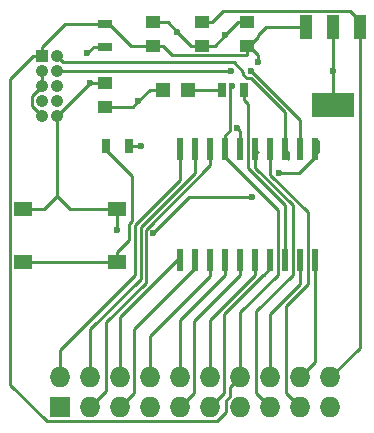
<source format=gtl>
G04 #@! TF.FileFunction,Copper,L1,Top,Signal*
%FSLAX46Y46*%
G04 Gerber Fmt 4.6, Leading zero omitted, Abs format (unit mm)*
G04 Created by KiCad (PCBNEW 4.0.1-stable) date Wednesday, August 10, 2016 'PMt' 06:55:04 PM*
%MOMM*%
G01*
G04 APERTURE LIST*
%ADD10C,0.100000*%
%ADD11R,0.600000X1.950000*%
%ADD12R,1.250000X1.000000*%
%ADD13R,1.198880X1.198880*%
%ADD14R,0.700000X1.300000*%
%ADD15R,1.300000X0.700000*%
%ADD16R,3.657600X2.032000*%
%ADD17R,1.016000X2.032000*%
%ADD18R,1.050000X1.050000*%
%ADD19C,1.050000*%
%ADD20R,1.550000X1.300000*%
%ADD21R,1.727200X1.727200*%
%ADD22O,1.727200X1.727200*%
%ADD23C,0.600000*%
%ADD24C,0.250000*%
G04 APERTURE END LIST*
D10*
D11*
X120145000Y-116090000D03*
X121415000Y-116090000D03*
X122685000Y-116090000D03*
X123955000Y-116090000D03*
X125225000Y-116090000D03*
X126495000Y-116090000D03*
X127765000Y-116090000D03*
X129035000Y-116090000D03*
X130305000Y-116090000D03*
X131575000Y-116090000D03*
X131575000Y-106690000D03*
X130305000Y-106690000D03*
X129035000Y-106690000D03*
X127765000Y-106690000D03*
X126495000Y-106690000D03*
X125225000Y-106690000D03*
X123955000Y-106690000D03*
X122685000Y-106690000D03*
X121415000Y-106690000D03*
X120145000Y-106690000D03*
D12*
X113790000Y-101100000D03*
X113790000Y-103100000D03*
X117790000Y-95950000D03*
X117790000Y-97950000D03*
X121990000Y-95910000D03*
X121990000Y-97910000D03*
X125830000Y-97910000D03*
X125830000Y-95910000D03*
D13*
X120788040Y-101660000D03*
X118690000Y-101660000D03*
D14*
X123640000Y-101660000D03*
X125540000Y-101660000D03*
D15*
X113790000Y-96100000D03*
X113790000Y-98000000D03*
D14*
X113858000Y-106426000D03*
X115758000Y-106426000D03*
D16*
X133030000Y-102954000D03*
D17*
X133030000Y-96350000D03*
X130744000Y-96350000D03*
X135316000Y-96350000D03*
D18*
X108458000Y-98806000D03*
D19*
X108458000Y-100076000D03*
X108458000Y-101346000D03*
X108458000Y-102616000D03*
X108458000Y-103886000D03*
X109728000Y-100076000D03*
X109728000Y-101346000D03*
X109728000Y-102616000D03*
X109728000Y-103886000D03*
X109728000Y-98806000D03*
D20*
X106858000Y-116260000D03*
X106858000Y-111760000D03*
X114808000Y-111760000D03*
X114808000Y-116260000D03*
D21*
X109982000Y-128524000D03*
D22*
X109982000Y-125984000D03*
X112522000Y-128524000D03*
X112522000Y-125984000D03*
X115062000Y-128524000D03*
X115062000Y-125984000D03*
X117602000Y-128524000D03*
X117602000Y-125984000D03*
X120142000Y-128524000D03*
X120142000Y-125984000D03*
X122682000Y-128524000D03*
X122682000Y-125984000D03*
X125222000Y-128524000D03*
X125222000Y-125984000D03*
X127762000Y-128524000D03*
X127762000Y-125984000D03*
X130302000Y-128524000D03*
X130302000Y-125984000D03*
X132842000Y-128524000D03*
X132842000Y-125984000D03*
D23*
X116840000Y-106426000D03*
X124968000Y-104902000D03*
X116586000Y-102616000D03*
X119888000Y-96774000D03*
X123952000Y-97028000D03*
X133096000Y-100076000D03*
X112514000Y-101100000D03*
X112268000Y-98552000D03*
X114808000Y-113538000D03*
X117856000Y-113792000D03*
X126238000Y-110744000D03*
X128524000Y-108712000D03*
X126746000Y-99314008D03*
X124490002Y-101346000D03*
X126115181Y-100059979D03*
X124460000Y-100076000D03*
D24*
X115758000Y-106426000D02*
X116840000Y-106426000D01*
X125225000Y-106690000D02*
X125225000Y-105159000D01*
X125225000Y-105159000D02*
X124968000Y-104902000D01*
X113790000Y-103100000D02*
X116102000Y-103100000D01*
X116102000Y-103100000D02*
X116586000Y-102616000D01*
X118690000Y-101660000D02*
X117542000Y-101660000D01*
X117542000Y-101660000D02*
X116586000Y-102616000D01*
X108458000Y-101346000D02*
X107607999Y-102196001D01*
X107607999Y-102196001D02*
X107607999Y-103035999D01*
X107607999Y-103035999D02*
X107933001Y-103361001D01*
X107933001Y-103361001D02*
X108458000Y-103886000D01*
X108458000Y-100076000D02*
X108458000Y-101346000D01*
X121990000Y-97910000D02*
X121024000Y-97910000D01*
X121024000Y-97910000D02*
X119888000Y-96774000D01*
X117790000Y-95950000D02*
X119064000Y-95950000D01*
X119064000Y-95950000D02*
X119888000Y-96774000D01*
X121990000Y-97910000D02*
X123070000Y-97910000D01*
X123070000Y-97910000D02*
X123952000Y-97028000D01*
X125830000Y-95910000D02*
X125070000Y-95910000D01*
X125070000Y-95910000D02*
X123952000Y-97028000D01*
X122115000Y-97910000D02*
X121990000Y-97910000D01*
X133030000Y-102954000D02*
X133030000Y-100142000D01*
X133030000Y-100142000D02*
X133096000Y-100076000D01*
X133030000Y-96350000D02*
X133030000Y-100010000D01*
X133030000Y-100010000D02*
X133096000Y-100076000D01*
X113790000Y-98000000D02*
X112820000Y-98000000D01*
X112820000Y-98000000D02*
X112268000Y-98552000D01*
X114808000Y-113538000D02*
X114808000Y-111760000D01*
X126238000Y-110744000D02*
X120904000Y-110744000D01*
X120904000Y-110744000D02*
X117856000Y-113792000D01*
X131575000Y-106690000D02*
X131575000Y-107365000D01*
X131575000Y-107365000D02*
X130228000Y-108712000D01*
X130228000Y-108712000D02*
X128524000Y-108712000D01*
X109728000Y-110662000D02*
X110826000Y-111760000D01*
X110826000Y-111760000D02*
X114808000Y-111760000D01*
X109728000Y-110662000D02*
X108630000Y-111760000D01*
X108630000Y-111760000D02*
X106858000Y-111760000D01*
X109728000Y-103886000D02*
X109728000Y-110662000D01*
X113790000Y-101100000D02*
X112514000Y-101100000D01*
X112514000Y-101100000D02*
X109728000Y-103886000D01*
X113790000Y-98000000D02*
X113490000Y-98000000D01*
X131810760Y-106948240D02*
X131810760Y-106014520D01*
X131810760Y-106948240D02*
X131810760Y-106055160D01*
X135316000Y-96350000D02*
X135316000Y-123510000D01*
X135316000Y-123510000D02*
X132842000Y-125984000D01*
X135316000Y-96350000D02*
X135316000Y-95842000D01*
X135316000Y-95842000D02*
X134482999Y-95008999D01*
X134482999Y-95008999D02*
X123766001Y-95008999D01*
X123766001Y-95008999D02*
X122865000Y-95910000D01*
X122865000Y-95910000D02*
X121990000Y-95910000D01*
X108458000Y-98806000D02*
X107683000Y-98806000D01*
X124033399Y-128931731D02*
X124033399Y-127953471D01*
X107683000Y-98806000D02*
X105757999Y-100731001D01*
X124358401Y-127628469D02*
X124358401Y-126847599D01*
X105757999Y-100731001D02*
X105757999Y-126612201D01*
X105757999Y-126612201D02*
X108858399Y-129712601D01*
X108858399Y-129712601D02*
X123252529Y-129712601D01*
X123252529Y-129712601D02*
X124033399Y-128931731D01*
X124033399Y-127953471D02*
X124358401Y-127628469D01*
X124358401Y-126847599D02*
X125222000Y-125984000D01*
X125222000Y-123698000D02*
X125222000Y-125984000D01*
X126746000Y-98889744D02*
X126746000Y-99314008D01*
X126746000Y-98701000D02*
X126746000Y-98889744D01*
X125955000Y-97910000D02*
X126746000Y-98701000D01*
X123955000Y-106690000D02*
X123955000Y-105465000D01*
X123955000Y-105465000D02*
X124315001Y-105104999D01*
X124315001Y-105104999D02*
X124315001Y-101521001D01*
X124315001Y-101521001D02*
X124490002Y-101346000D01*
X125830000Y-98660000D02*
X125830000Y-97910000D01*
X128390001Y-111800001D02*
X123955000Y-107365000D01*
X128390001Y-117325001D02*
X128390001Y-111800001D01*
X125222000Y-120493002D02*
X128390001Y-117325001D01*
X123955000Y-107365000D02*
X123955000Y-106690000D01*
X125222000Y-123698000D02*
X125222000Y-120493002D01*
X113790000Y-96100000D02*
X110389000Y-96100000D01*
X110389000Y-96100000D02*
X108458000Y-98031000D01*
X108458000Y-98031000D02*
X108458000Y-98806000D01*
X113790000Y-96100000D02*
X114134000Y-96100000D01*
X114134000Y-96100000D02*
X115984000Y-97950000D01*
X115984000Y-97950000D02*
X117790000Y-97950000D01*
X125754999Y-98735001D02*
X119450001Y-98735001D01*
X125830000Y-98660000D02*
X125754999Y-98735001D01*
X119450001Y-98735001D02*
X118665000Y-97950000D01*
X118665000Y-97950000D02*
X117790000Y-97950000D01*
X130744000Y-96350000D02*
X127390000Y-96350000D01*
X127390000Y-96350000D02*
X126705000Y-97035000D01*
X126705000Y-97035000D02*
X126705000Y-97160000D01*
X126705000Y-97160000D02*
X125955000Y-97910000D01*
X125955000Y-97910000D02*
X125830000Y-97910000D01*
X120788040Y-101660000D02*
X121637480Y-101660000D01*
X121637480Y-101660000D02*
X123640000Y-101660000D01*
X124706607Y-99330999D02*
X110252999Y-99330999D01*
X125490179Y-100114571D02*
X124706607Y-99330999D01*
X126150001Y-100684999D02*
X125815130Y-100684999D01*
X129035000Y-106690000D02*
X129035000Y-103569998D01*
X129035000Y-103569998D02*
X126150001Y-100684999D01*
X110252999Y-99330999D02*
X109728000Y-98806000D01*
X125815130Y-100684999D02*
X125490179Y-100360048D01*
X125490179Y-100360048D02*
X125490179Y-100114571D01*
X129270760Y-106948240D02*
X129270760Y-107553760D01*
X130305000Y-104203587D02*
X126161392Y-100059979D01*
X130305000Y-106690000D02*
X130305000Y-104203587D01*
X126161392Y-100059979D02*
X126115181Y-100059979D01*
X124460000Y-100076000D02*
X109728000Y-100076000D01*
X131575000Y-116090000D02*
X131575000Y-124711000D01*
X131575000Y-124711000D02*
X130302000Y-125984000D01*
X127762000Y-123698000D02*
X127762000Y-125984000D01*
X127762000Y-120650000D02*
X130305000Y-118107000D01*
X127762000Y-123698000D02*
X127762000Y-120650000D01*
X130305000Y-118107000D02*
X130305000Y-116090000D01*
X125869999Y-108255825D02*
X125869999Y-102889999D01*
X125540000Y-102560000D02*
X125540000Y-101660000D01*
X125869999Y-102889999D02*
X125540000Y-102560000D01*
X129035000Y-111420826D02*
X125869999Y-108255825D01*
X129035000Y-116090000D02*
X129035000Y-111420826D01*
X127765000Y-116090000D02*
X127765000Y-116765000D01*
X127765000Y-116765000D02*
X127215000Y-117315000D01*
X127215000Y-117315000D02*
X127158538Y-117315000D01*
X127158538Y-117315000D02*
X123870601Y-120602937D01*
X123870601Y-120602937D02*
X123870601Y-127335399D01*
X123870601Y-127335399D02*
X122682000Y-128524000D01*
X126495000Y-116090000D02*
X126495000Y-117342127D01*
X126495000Y-117342127D02*
X122682000Y-121155127D01*
X122682000Y-123698000D02*
X122682000Y-125984000D01*
X122682000Y-121155127D02*
X122682000Y-123698000D01*
X125225000Y-116090000D02*
X125225000Y-117345000D01*
X121330601Y-127335399D02*
X120142000Y-128524000D01*
X125225000Y-117345000D02*
X121330601Y-121239399D01*
X121330601Y-121239399D02*
X121330601Y-127335399D01*
X120142000Y-123698000D02*
X120142000Y-125984000D01*
X120142000Y-123698000D02*
X120142000Y-121158000D01*
X123955000Y-117345000D02*
X123955000Y-116090000D01*
X120142000Y-121158000D02*
X123955000Y-117345000D01*
X122685000Y-116090000D02*
X122685000Y-117393686D01*
X122685000Y-117393686D02*
X117602000Y-122476686D01*
X117602000Y-122476686D02*
X117602000Y-123698000D01*
X117602000Y-123698000D02*
X117602000Y-125984000D01*
X121415000Y-116090000D02*
X121415000Y-116765000D01*
X121415000Y-116765000D02*
X116250601Y-121929399D01*
X116250601Y-121929399D02*
X116250601Y-127335399D01*
X116250601Y-127335399D02*
X115062000Y-128524000D01*
X115062000Y-123698000D02*
X115062000Y-125984000D01*
X115062000Y-123698000D02*
X115062000Y-120904000D01*
X115062000Y-120904000D02*
X119876000Y-116090000D01*
X119876000Y-116090000D02*
X120145000Y-116090000D01*
X122685000Y-106690000D02*
X122685000Y-108037996D01*
X122685000Y-108037996D02*
X117230998Y-113491998D01*
X117230998Y-113491998D02*
X117230998Y-117973002D01*
X117230998Y-117973002D02*
X113873399Y-121330601D01*
X113873399Y-121330601D02*
X113873399Y-127172601D01*
X113873399Y-127172601D02*
X112522000Y-128524000D01*
X121415000Y-106690000D02*
X121415000Y-108671585D01*
X112522000Y-121920000D02*
X112522000Y-123698000D01*
X121415000Y-108671585D02*
X116780987Y-113305598D01*
X116780987Y-113305598D02*
X116780987Y-117661013D01*
X116780987Y-117661013D02*
X112522000Y-121920000D01*
X112522000Y-123698000D02*
X112522000Y-125984000D01*
X109982000Y-123698000D02*
X109982000Y-125984000D01*
X120145000Y-107915000D02*
X120145000Y-106690000D01*
X120145000Y-109305174D02*
X120145000Y-107915000D01*
X116330976Y-113119198D02*
X120145000Y-109305174D01*
X116330976Y-117349024D02*
X116330976Y-113119198D01*
X109982000Y-123698000D02*
X116330976Y-117349024D01*
X109982000Y-123698000D02*
X110845599Y-122834401D01*
X114808000Y-115360000D02*
X114808000Y-116260000D01*
X115833000Y-114335000D02*
X114808000Y-115360000D01*
X115833000Y-112980763D02*
X115833000Y-114335000D01*
X116078000Y-108946000D02*
X116078000Y-112735763D01*
X113858000Y-106426000D02*
X113858000Y-106726000D01*
X116078000Y-112735763D02*
X115833000Y-112980763D01*
X113858000Y-106726000D02*
X116078000Y-108946000D01*
X114808000Y-116260000D02*
X106858000Y-116260000D01*
X126495000Y-106690000D02*
X126495000Y-108244415D01*
X126495000Y-108244415D02*
X129660001Y-111409416D01*
X129660001Y-111409416D02*
X129660001Y-117325001D01*
X129660001Y-117325001D02*
X126573399Y-120411603D01*
X126573399Y-127335399D02*
X127762000Y-128524000D01*
X126573399Y-120411603D02*
X126573399Y-127335399D01*
X126679960Y-106897440D02*
X126730760Y-106948240D01*
X127765000Y-106690000D02*
X127765000Y-108878004D01*
X129113399Y-119935011D02*
X129113399Y-127335399D01*
X127765000Y-108878004D02*
X130930001Y-112043005D01*
X130930001Y-112043005D02*
X130930001Y-118118409D01*
X130930001Y-118118409D02*
X129113399Y-119935011D01*
X129113399Y-127335399D02*
X130302000Y-128524000D01*
M02*

</source>
